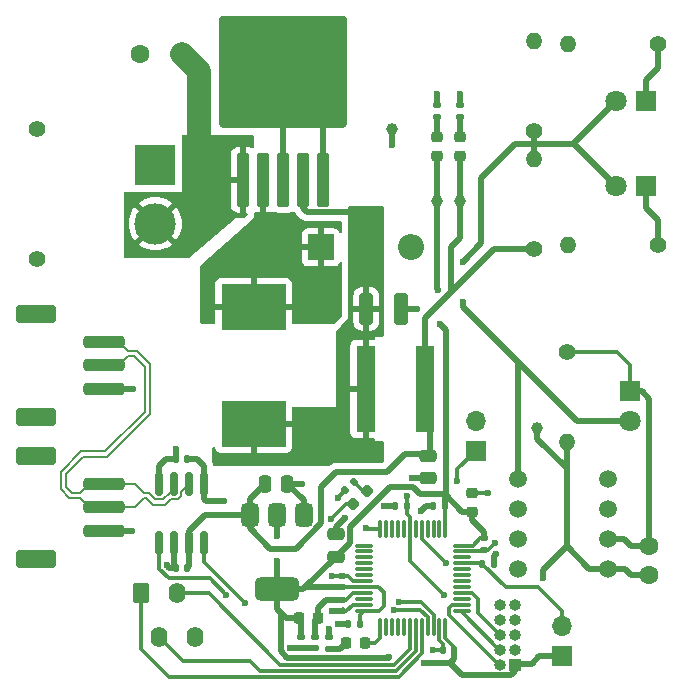
<source format=gbr>
%TF.GenerationSoftware,KiCad,Pcbnew,8.0.8*%
%TF.CreationDate,2025-02-05T17:12:45-05:00*%
%TF.ProjectId,Spectrometer V1.0,53706563-7472-46f6-9d65-746572205631,rev?*%
%TF.SameCoordinates,Original*%
%TF.FileFunction,Copper,L1,Top*%
%TF.FilePolarity,Positive*%
%FSLAX46Y46*%
G04 Gerber Fmt 4.6, Leading zero omitted, Abs format (unit mm)*
G04 Created by KiCad (PCBNEW 8.0.8) date 2025-02-05 17:12:45*
%MOMM*%
%LPD*%
G01*
G04 APERTURE LIST*
G04 Aperture macros list*
%AMRoundRect*
0 Rectangle with rounded corners*
0 $1 Rounding radius*
0 $2 $3 $4 $5 $6 $7 $8 $9 X,Y pos of 4 corners*
0 Add a 4 corners polygon primitive as box body*
4,1,4,$2,$3,$4,$5,$6,$7,$8,$9,$2,$3,0*
0 Add four circle primitives for the rounded corners*
1,1,$1+$1,$2,$3*
1,1,$1+$1,$4,$5*
1,1,$1+$1,$6,$7*
1,1,$1+$1,$8,$9*
0 Add four rect primitives between the rounded corners*
20,1,$1+$1,$2,$3,$4,$5,0*
20,1,$1+$1,$4,$5,$6,$7,0*
20,1,$1+$1,$6,$7,$8,$9,0*
20,1,$1+$1,$8,$9,$2,$3,0*%
G04 Aperture macros list end*
%TA.AperFunction,SMDPad,CuDef*%
%ADD10RoundRect,0.250000X-0.325000X-1.100000X0.325000X-1.100000X0.325000X1.100000X-0.325000X1.100000X0*%
%TD*%
%TA.AperFunction,ComponentPad*%
%ADD11C,1.600000*%
%TD*%
%TA.AperFunction,SMDPad,CuDef*%
%ADD12RoundRect,0.250000X-0.475000X0.250000X-0.475000X-0.250000X0.475000X-0.250000X0.475000X0.250000X0*%
%TD*%
%TA.AperFunction,SMDPad,CuDef*%
%ADD13RoundRect,0.135000X-0.185000X0.135000X-0.185000X-0.135000X0.185000X-0.135000X0.185000X0.135000X0*%
%TD*%
%TA.AperFunction,SMDPad,CuDef*%
%ADD14RoundRect,0.218750X-0.218750X-0.256250X0.218750X-0.256250X0.218750X0.256250X-0.218750X0.256250X0*%
%TD*%
%TA.AperFunction,SMDPad,CuDef*%
%ADD15C,1.000000*%
%TD*%
%TA.AperFunction,SMDPad,CuDef*%
%ADD16RoundRect,0.135000X-0.035355X0.226274X-0.226274X0.035355X0.035355X-0.226274X0.226274X-0.035355X0*%
%TD*%
%TA.AperFunction,SMDPad,CuDef*%
%ADD17RoundRect,0.218750X-0.026517X0.335876X-0.335876X0.026517X0.026517X-0.335876X0.335876X-0.026517X0*%
%TD*%
%TA.AperFunction,SMDPad,CuDef*%
%ADD18RoundRect,0.140000X0.140000X0.170000X-0.140000X0.170000X-0.140000X-0.170000X0.140000X-0.170000X0*%
%TD*%
%TA.AperFunction,SMDPad,CuDef*%
%ADD19RoundRect,0.075000X-0.075000X0.662500X-0.075000X-0.662500X0.075000X-0.662500X0.075000X0.662500X0*%
%TD*%
%TA.AperFunction,SMDPad,CuDef*%
%ADD20RoundRect,0.075000X-0.662500X0.075000X-0.662500X-0.075000X0.662500X-0.075000X0.662500X0.075000X0*%
%TD*%
%TA.AperFunction,SMDPad,CuDef*%
%ADD21R,1.600000X7.350000*%
%TD*%
%TA.AperFunction,ComponentPad*%
%ADD22C,1.400000*%
%TD*%
%TA.AperFunction,ComponentPad*%
%ADD23R,3.500000X3.500000*%
%TD*%
%TA.AperFunction,ComponentPad*%
%ADD24C,3.500000*%
%TD*%
%TA.AperFunction,SMDPad,CuDef*%
%ADD25RoundRect,0.150000X0.150000X-0.825000X0.150000X0.825000X-0.150000X0.825000X-0.150000X-0.825000X0*%
%TD*%
%TA.AperFunction,SMDPad,CuDef*%
%ADD26RoundRect,0.250000X-1.500000X0.250000X-1.500000X-0.250000X1.500000X-0.250000X1.500000X0.250000X0*%
%TD*%
%TA.AperFunction,SMDPad,CuDef*%
%ADD27RoundRect,0.250001X-1.449999X0.499999X-1.449999X-0.499999X1.449999X-0.499999X1.449999X0.499999X0*%
%TD*%
%TA.AperFunction,ComponentPad*%
%ADD28R,1.800000X1.800000*%
%TD*%
%TA.AperFunction,ComponentPad*%
%ADD29C,1.800000*%
%TD*%
%TA.AperFunction,ComponentPad*%
%ADD30O,1.400000X1.400000*%
%TD*%
%TA.AperFunction,SMDPad,CuDef*%
%ADD31RoundRect,0.135000X-0.135000X-0.185000X0.135000X-0.185000X0.135000X0.185000X-0.135000X0.185000X0*%
%TD*%
%TA.AperFunction,SMDPad,CuDef*%
%ADD32RoundRect,0.225000X0.250000X-0.225000X0.250000X0.225000X-0.250000X0.225000X-0.250000X-0.225000X0*%
%TD*%
%TA.AperFunction,SMDPad,CuDef*%
%ADD33RoundRect,0.250000X-0.250000X-0.475000X0.250000X-0.475000X0.250000X0.475000X-0.250000X0.475000X0*%
%TD*%
%TA.AperFunction,SMDPad,CuDef*%
%ADD34RoundRect,0.135000X0.185000X-0.135000X0.185000X0.135000X-0.185000X0.135000X-0.185000X-0.135000X0*%
%TD*%
%TA.AperFunction,SMDPad,CuDef*%
%ADD35RoundRect,0.140000X-0.170000X0.140000X-0.170000X-0.140000X0.170000X-0.140000X0.170000X0.140000X0*%
%TD*%
%TA.AperFunction,SMDPad,CuDef*%
%ADD36RoundRect,0.218750X0.218750X0.256250X-0.218750X0.256250X-0.218750X-0.256250X0.218750X-0.256250X0*%
%TD*%
%TA.AperFunction,SMDPad,CuDef*%
%ADD37R,5.511800X3.860800*%
%TD*%
%TA.AperFunction,ComponentPad*%
%ADD38R,1.000000X1.000000*%
%TD*%
%TA.AperFunction,ComponentPad*%
%ADD39O,1.000000X1.000000*%
%TD*%
%TA.AperFunction,SMDPad,CuDef*%
%ADD40RoundRect,0.250000X0.300000X-2.050000X0.300000X2.050000X-0.300000X2.050000X-0.300000X-2.050000X0*%
%TD*%
%TA.AperFunction,SMDPad,CuDef*%
%ADD41RoundRect,0.250000X2.375000X-2.025000X2.375000X2.025000X-2.375000X2.025000X-2.375000X-2.025000X0*%
%TD*%
%TA.AperFunction,SMDPad,CuDef*%
%ADD42RoundRect,0.250002X5.149998X-4.449998X5.149998X4.449998X-5.149998X4.449998X-5.149998X-4.449998X0*%
%TD*%
%TA.AperFunction,ComponentPad*%
%ADD43C,1.507998*%
%TD*%
%TA.AperFunction,ComponentPad*%
%ADD44RoundRect,0.249999X-0.450001X-0.625001X0.450001X-0.625001X0.450001X0.625001X-0.450001X0.625001X0*%
%TD*%
%TA.AperFunction,ComponentPad*%
%ADD45O,1.400000X1.750000*%
%TD*%
%TA.AperFunction,SMDPad,CuDef*%
%ADD46RoundRect,0.375000X-0.375000X0.625000X-0.375000X-0.625000X0.375000X-0.625000X0.375000X0.625000X0*%
%TD*%
%TA.AperFunction,SMDPad,CuDef*%
%ADD47RoundRect,0.500000X-1.400000X0.500000X-1.400000X-0.500000X1.400000X-0.500000X1.400000X0.500000X0*%
%TD*%
%TA.AperFunction,SMDPad,CuDef*%
%ADD48RoundRect,0.250000X0.475000X-0.250000X0.475000X0.250000X-0.475000X0.250000X-0.475000X-0.250000X0*%
%TD*%
%TA.AperFunction,ComponentPad*%
%ADD49R,2.200000X2.200000*%
%TD*%
%TA.AperFunction,ComponentPad*%
%ADD50O,2.200000X2.200000*%
%TD*%
%TA.AperFunction,ComponentPad*%
%ADD51R,1.700000X1.700000*%
%TD*%
%TA.AperFunction,ComponentPad*%
%ADD52O,1.700000X1.700000*%
%TD*%
%TA.AperFunction,SMDPad,CuDef*%
%ADD53RoundRect,0.218750X-0.256250X0.218750X-0.256250X-0.218750X0.256250X-0.218750X0.256250X0.218750X0*%
%TD*%
%TA.AperFunction,SMDPad,CuDef*%
%ADD54RoundRect,0.140000X0.170000X-0.140000X0.170000X0.140000X-0.170000X0.140000X-0.170000X-0.140000X0*%
%TD*%
%TA.AperFunction,ViaPad*%
%ADD55C,0.600000*%
%TD*%
%TA.AperFunction,Conductor*%
%ADD56C,0.500000*%
%TD*%
%TA.AperFunction,Conductor*%
%ADD57C,2.000000*%
%TD*%
%TA.AperFunction,Conductor*%
%ADD58C,0.300000*%
%TD*%
%TA.AperFunction,Conductor*%
%ADD59C,0.200000*%
%TD*%
G04 APERTURE END LIST*
D10*
%TO.P,C15,1*%
%TO.N,Net-(U4-FEEDBACK)*%
X126025000Y-102200000D03*
%TO.P,C15,2*%
%TO.N,GND*%
X128975000Y-102200000D03*
%TD*%
D11*
%TO.P,C14,1*%
%TO.N,+BATT*%
X110400000Y-80600000D03*
%TO.P,C14,2*%
%TO.N,GND*%
X106900000Y-80600000D03*
%TD*%
D12*
%TO.P,C16,1*%
%TO.N,+5V*%
X131300000Y-114650000D03*
%TO.P,C16,2*%
%TO.N,GND*%
X131300000Y-116550000D03*
%TD*%
D13*
%TO.P,R10,1*%
%TO.N,GND*%
X122900000Y-129990000D03*
%TO.P,R10,2*%
%TO.N,Net-(D8-K)*%
X122900000Y-131010000D03*
%TD*%
D14*
%TO.P,D8,1,K*%
%TO.N,Net-(D8-K)*%
X124312500Y-130500000D03*
%TO.P,D8,2,A*%
%TO.N,Net-(D8-A)*%
X125887500Y-130500000D03*
%TD*%
D15*
%TO.P,TP4,1,1*%
%TO.N,GND*%
X128200000Y-87000000D03*
%TD*%
%TO.P,TP3,1,1*%
%TO.N,Output*%
X140500000Y-112300000D03*
%TD*%
%TO.P,TP2,1,1*%
%TO.N,+5V*%
X134000000Y-93100000D03*
%TD*%
%TO.P,TP1,1,1*%
%TO.N,+3.3V*%
X132000000Y-93100000D03*
%TD*%
D16*
%TO.P,R9,1*%
%TO.N,Net-(D7-K)*%
X124960624Y-116839376D03*
%TO.P,R9,2*%
%TO.N,GND*%
X124239376Y-117560624D03*
%TD*%
D17*
%TO.P,D7,2,A*%
%TO.N,Net-(D7-A)*%
X124943153Y-118756847D03*
%TO.P,D7,1,K*%
%TO.N,Net-(D7-K)*%
X126056847Y-117643153D03*
%TD*%
D18*
%TO.P,C4,1*%
%TO.N,NRST*%
X129460000Y-118940000D03*
%TO.P,C4,2*%
%TO.N,GND*%
X128500000Y-118940000D03*
%TD*%
D19*
%TO.P,U2,1,VBAT*%
%TO.N,+3.3V*%
X132730000Y-120837500D03*
%TO.P,U2,2,PC13*%
%TO.N,unconnected-(U2-PC13-Pad2)*%
X132230000Y-120837500D03*
%TO.P,U2,3,PC14*%
%TO.N,unconnected-(U2-PC14-Pad3)*%
X131730000Y-120837500D03*
%TO.P,U2,4,PC15*%
%TO.N,unconnected-(U2-PC15-Pad4)*%
X131230000Y-120837500D03*
%TO.P,U2,5,PF0*%
%TO.N,Output*%
X130730000Y-120837500D03*
%TO.P,U2,6,PF1*%
%TO.N,unconnected-(U2-PF1-Pad6)*%
X130230000Y-120837500D03*
%TO.P,U2,7,PG10*%
%TO.N,NRST*%
X129730000Y-120837500D03*
%TO.P,U2,8,PA0*%
%TO.N,unconnected-(U2-PA0-Pad8)*%
X129230000Y-120837500D03*
%TO.P,U2,9,PA1*%
%TO.N,unconnected-(U2-PA1-Pad9)*%
X128730000Y-120837500D03*
%TO.P,U2,10,PA2*%
%TO.N,unconnected-(U2-PA2-Pad10)*%
X128230000Y-120837500D03*
%TO.P,U2,11,PA3*%
%TO.N,unconnected-(U2-PA3-Pad11)*%
X127730000Y-120837500D03*
%TO.P,U2,12,PA4*%
%TO.N,Net-(D7-A)*%
X127230000Y-120837500D03*
D20*
%TO.P,U2,13,PA5*%
%TO.N,unconnected-(U2-PA5-Pad13)*%
X125817500Y-122250000D03*
%TO.P,U2,14,PA6*%
%TO.N,unconnected-(U2-PA6-Pad14)*%
X125817500Y-122750000D03*
%TO.P,U2,15,PA7*%
%TO.N,unconnected-(U2-PA7-Pad15)*%
X125817500Y-123250000D03*
%TO.P,U2,16,PB0*%
%TO.N,unconnected-(U2-PB0-Pad16)*%
X125817500Y-123750000D03*
%TO.P,U2,17,PB1*%
%TO.N,unconnected-(U2-PB1-Pad17)*%
X125817500Y-124250000D03*
%TO.P,U2,18,PB2*%
%TO.N,unconnected-(U2-PB2-Pad18)*%
X125817500Y-124750000D03*
%TO.P,U2,19,VSSA*%
%TO.N,GND*%
X125817500Y-125250000D03*
%TO.P,U2,20,VREF+*%
%TO.N,+3.3V*%
X125817500Y-125750000D03*
%TO.P,U2,21,VDDA*%
%TO.N,+3.3VA*%
X125817500Y-126250000D03*
%TO.P,U2,22,PB10*%
%TO.N,unconnected-(U2-PB10-Pad22)*%
X125817500Y-126750000D03*
%TO.P,U2,23,VSS*%
%TO.N,GND*%
X125817500Y-127250000D03*
%TO.P,U2,24,VDD*%
%TO.N,+3.3V*%
X125817500Y-127750000D03*
D19*
%TO.P,U2,25,PB11*%
%TO.N,Net-(D8-A)*%
X127230000Y-129162500D03*
%TO.P,U2,26,PB12*%
%TO.N,unconnected-(U2-PB12-Pad26)*%
X127730000Y-129162500D03*
%TO.P,U2,27,PB13*%
%TO.N,unconnected-(U2-PB13-Pad27)*%
X128230000Y-129162500D03*
%TO.P,U2,28,PB14*%
%TO.N,unconnected-(U2-PB14-Pad28)*%
X128730000Y-129162500D03*
%TO.P,U2,29,PB15*%
%TO.N,unconnected-(U2-PB15-Pad29)*%
X129230000Y-129162500D03*
%TO.P,U2,30,PA8*%
%TO.N,UART_CL*%
X129730000Y-129162500D03*
%TO.P,U2,31,PA9*%
%TO.N,UART_TX*%
X130230000Y-129162500D03*
%TO.P,U2,32,PA10*%
%TO.N,UART_RX*%
X130730000Y-129162500D03*
%TO.P,U2,33,PA11*%
%TO.N,FDCAN_RX*%
X131230000Y-129162500D03*
%TO.P,U2,34,PA12*%
%TO.N,FDCAN_TX*%
X131730000Y-129162500D03*
%TO.P,U2,35,VSS*%
%TO.N,GND*%
X132230000Y-129162500D03*
%TO.P,U2,36,VDD*%
%TO.N,+3.3V*%
X132730000Y-129162500D03*
D20*
%TO.P,U2,37,PA13*%
%TO.N,/SWDIO*%
X134142500Y-127750000D03*
%TO.P,U2,38,PA14*%
%TO.N,/SWCLK*%
X134142500Y-127250000D03*
%TO.P,U2,39,PA15*%
%TO.N,unconnected-(U2-PA15-Pad39)*%
X134142500Y-126750000D03*
%TO.P,U2,40,PB3*%
%TO.N,SWO*%
X134142500Y-126250000D03*
%TO.P,U2,41,PB4*%
%TO.N,unconnected-(U2-PB4-Pad41)*%
X134142500Y-125750000D03*
%TO.P,U2,42,PB5*%
%TO.N,unconnected-(U2-PB5-Pad42)*%
X134142500Y-125250000D03*
%TO.P,U2,43,PB6*%
%TO.N,unconnected-(U2-PB6-Pad43)*%
X134142500Y-124750000D03*
%TO.P,U2,44,PB7*%
%TO.N,unconnected-(U2-PB7-Pad44)*%
X134142500Y-124250000D03*
%TO.P,U2,45,PB8*%
%TO.N,/BOOT0*%
X134142500Y-123750000D03*
%TO.P,U2,46,PB9*%
%TO.N,unconnected-(U2-PB9-Pad46)*%
X134142500Y-123250000D03*
%TO.P,U2,47,VSS*%
%TO.N,GND*%
X134142500Y-122750000D03*
%TO.P,U2,48,VDD*%
%TO.N,+3.3V*%
X134142500Y-122250000D03*
%TD*%
D21*
%TO.P,L2,1,1*%
%TO.N,Net-(U4-FEEDBACK)*%
X126000000Y-109000000D03*
%TO.P,L2,2,2*%
%TO.N,+5V*%
X131000000Y-109000000D03*
%TD*%
D22*
%TO.P,J7,*%
%TO.N,*%
X98175000Y-98000000D03*
X98175000Y-87000000D03*
D23*
%TO.P,J7,1,Pin_1*%
%TO.N,GND*%
X108175000Y-90000000D03*
D24*
%TO.P,J7,2,Pin_2*%
%TO.N,+BATT*%
X108175000Y-95000000D03*
%TD*%
D18*
%TO.P,C6,1*%
%TO.N,+3.3V*%
X133480000Y-131120000D03*
%TO.P,C6,2*%
%TO.N,GND*%
X132520000Y-131120000D03*
%TD*%
D25*
%TO.P,U3,1,TXD*%
%TO.N,FDCAN_TX*%
X108500000Y-122000000D03*
%TO.P,U3,2,GND*%
%TO.N,GND*%
X109770000Y-122000000D03*
%TO.P,U3,3,VCC*%
%TO.N,+5V*%
X111040000Y-122000000D03*
%TO.P,U3,4,RXD*%
%TO.N,FDCAN_RX*%
X112310000Y-122000000D03*
%TO.P,U3,5,VIO*%
%TO.N,+3.3V*%
X112310000Y-117050000D03*
%TO.P,U3,6,CANL*%
%TO.N,CAN-*%
X111040000Y-117050000D03*
%TO.P,U3,7,CANH*%
%TO.N,CAN+*%
X109770000Y-117050000D03*
%TO.P,U3,8,STB*%
%TO.N,GND*%
X108500000Y-117050000D03*
%TD*%
D26*
%TO.P,J4,1,Pin_1*%
%TO.N,CAN+*%
X103850000Y-105000000D03*
%TO.P,J4,2,Pin_2*%
%TO.N,CAN-*%
X103850000Y-107000000D03*
%TO.P,J4,3,Pin_3*%
%TO.N,GND*%
X103850000Y-109000000D03*
D27*
%TO.P,J4,MP*%
%TO.N,N/C*%
X98100000Y-102650000D03*
X98100000Y-111350000D03*
%TD*%
D28*
%TO.P,D6,1,K*%
%TO.N,Net-(D6-K)*%
X149700000Y-91810000D03*
D29*
%TO.P,D6,2,A*%
%TO.N,+4.5V*%
X147160000Y-91810000D03*
%TD*%
D28*
%TO.P,D1,1,K*%
%TO.N,Net-(D1-K)*%
X148400000Y-109150000D03*
D29*
%TO.P,D1,2,A*%
%TO.N,+4.5V*%
X148400000Y-111690000D03*
%TD*%
D22*
%TO.P,R7,1*%
%TO.N,+4.5V*%
X140200000Y-87120000D03*
D30*
%TO.P,R7,2*%
%TO.N,GND*%
X140200000Y-79500000D03*
%TD*%
D31*
%TO.P,R2,1*%
%TO.N,/BOOT0*%
X135870000Y-123800000D03*
%TO.P,R2,2*%
%TO.N,GND*%
X136890000Y-123800000D03*
%TD*%
D32*
%TO.P,C2,1*%
%TO.N,+3.3V*%
X135000000Y-119375000D03*
%TO.P,C2,2*%
%TO.N,GND*%
X135000000Y-117825000D03*
%TD*%
D33*
%TO.P,C17,1*%
%TO.N,+5V*%
X117450000Y-117000000D03*
%TO.P,C17,2*%
%TO.N,GND*%
X119350000Y-117000000D03*
%TD*%
D22*
%TO.P,R3,1*%
%TO.N,Net-(D2-K)*%
X150700000Y-79810000D03*
D30*
%TO.P,R3,2*%
%TO.N,GND*%
X143080000Y-79810000D03*
%TD*%
D34*
%TO.P,R4,1*%
%TO.N,Net-(D4-K)*%
X134000000Y-85972500D03*
%TO.P,R4,2*%
%TO.N,GND*%
X134000000Y-84952500D03*
%TD*%
D35*
%TO.P,C10,1*%
%TO.N,+3.3VA*%
X121733750Y-130000000D03*
%TO.P,C10,2*%
%TO.N,GND*%
X121733750Y-130960000D03*
%TD*%
D36*
%TO.P,FB1,1*%
%TO.N,+3.3VA*%
X121921250Y-128400000D03*
%TO.P,FB1,2*%
%TO.N,+3.3V*%
X120346250Y-128400000D03*
%TD*%
D37*
%TO.P,L1,1,1*%
%TO.N,Net-(D3-K)*%
X116500000Y-102021600D03*
%TO.P,L1,2,2*%
%TO.N,Net-(U4-FEEDBACK)*%
X116500000Y-111978400D03*
%TD*%
D38*
%TO.P,J3,1,VTref*%
%TO.N,+3.3V*%
X138600000Y-132350000D03*
D39*
%TO.P,J3,2,SWDIO/TMS*%
%TO.N,/SWCLK*%
X137330000Y-132350000D03*
%TO.P,J3,3,GND*%
%TO.N,GND*%
X138600000Y-131080000D03*
%TO.P,J3,4,SWCLK/TCK*%
%TO.N,/SWDIO*%
X137330000Y-131080000D03*
%TO.P,J3,5,GND*%
%TO.N,GND*%
X138600000Y-129810000D03*
%TO.P,J3,6,SWO/TDO*%
%TO.N,SWO*%
X137330000Y-129810000D03*
%TO.P,J3,7,KEY*%
%TO.N,unconnected-(J3-KEY-Pad7)*%
X138600000Y-128540000D03*
%TO.P,J3,8,NC/TDI*%
%TO.N,unconnected-(J3-NC{slash}TDI-Pad8)*%
X137330000Y-128540000D03*
%TO.P,J3,9,GNDDetect*%
%TO.N,GND*%
X138600000Y-127270000D03*
%TO.P,J3,10,~{RESET}*%
%TO.N,NRST*%
X137330000Y-127270000D03*
%TD*%
D40*
%TO.P,U4,1,VIN*%
%TO.N,+BATT*%
X115600000Y-91275000D03*
%TO.P,U4,2,OUTPUT*%
%TO.N,Net-(D3-K)*%
X117300000Y-91275000D03*
%TO.P,U4,3,GND*%
%TO.N,GND*%
X119000000Y-91275000D03*
%TO.P,U4,4,FEEDBACK*%
%TO.N,Net-(U4-FEEDBACK)*%
X120700000Y-91275000D03*
%TO.P,U4,5,~{ON}/OFF*%
%TO.N,GND*%
X122400000Y-91275000D03*
D41*
%TO.P,U4,6,GND__1*%
X116225000Y-84550000D03*
X121775000Y-84550000D03*
D42*
X119000000Y-82125000D03*
D41*
X116225000Y-79700000D03*
X121775000Y-79700000D03*
%TD*%
D43*
%TO.P,U1,1,OUT*%
%TO.N,Output*%
X146500100Y-124205100D03*
%TO.P,U1,2,IN-*%
%TO.N,Net-(D1-K)*%
X146500100Y-121665100D03*
%TO.P,U1,3,IN+*%
%TO.N,GND*%
X146500100Y-119125100D03*
%TO.P,U1,4,GND*%
X146500100Y-116585100D03*
%TO.P,U1,5*%
%TO.N,N/C*%
X138880100Y-124205100D03*
%TO.P,U1,6*%
X138880100Y-121665100D03*
%TO.P,U1,7*%
X138880100Y-119125100D03*
%TO.P,U1,8,V+*%
%TO.N,+4.5V*%
X138880100Y-116585100D03*
%TD*%
D44*
%TO.P,J6,1,Pin_1*%
%TO.N,UART_RX*%
X107000000Y-126300000D03*
D45*
%TO.P,J6,2,Pin_2*%
%TO.N,UART_TX*%
X108500000Y-130000000D03*
%TO.P,J6,3,Pin_3*%
%TO.N,UART_CL*%
X110000000Y-126300000D03*
%TO.P,J6,4,Pin_4*%
%TO.N,GND*%
X111500000Y-130000000D03*
%TD*%
D28*
%TO.P,D2,1,K*%
%TO.N,Net-(D2-K)*%
X149700000Y-84610000D03*
D29*
%TO.P,D2,2,A*%
%TO.N,+4.5V*%
X147160000Y-84610000D03*
%TD*%
D46*
%TO.P,U5,1,GND*%
%TO.N,GND*%
X120750000Y-119650000D03*
%TO.P,U5,2,VO*%
%TO.N,+3.3V*%
X118450000Y-119650000D03*
D47*
X118450000Y-125950000D03*
D46*
%TO.P,U5,3,VI*%
%TO.N,+5V*%
X116150000Y-119650000D03*
%TD*%
D18*
%TO.P,C5,1*%
%TO.N,+3.3V*%
X132680000Y-118920000D03*
%TO.P,C5,2*%
%TO.N,GND*%
X131720000Y-118920000D03*
%TD*%
D35*
%TO.P,C11,1*%
%TO.N,+3.3V*%
X120533750Y-130000000D03*
%TO.P,C11,2*%
%TO.N,GND*%
X120533750Y-130960000D03*
%TD*%
D22*
%TO.P,R8,1*%
%TO.N,Net-(D6-K)*%
X150700000Y-96810000D03*
D30*
%TO.P,R8,2*%
%TO.N,GND*%
X143080000Y-96810000D03*
%TD*%
D35*
%TO.P,C9,1*%
%TO.N,+3.3VA*%
X124000000Y-126840000D03*
%TO.P,C9,2*%
%TO.N,GND*%
X124000000Y-127800000D03*
%TD*%
D48*
%TO.P,C18,1*%
%TO.N,+3.3V*%
X123450000Y-123200000D03*
%TO.P,C18,2*%
%TO.N,GND*%
X123450000Y-121300000D03*
%TD*%
D11*
%TO.P,C1,1*%
%TO.N,Net-(D1-K)*%
X150000000Y-122250000D03*
%TO.P,C1,2*%
%TO.N,Output*%
X150000000Y-124750000D03*
%TD*%
D49*
%TO.P,D3,1,K*%
%TO.N,Net-(D3-K)*%
X122190000Y-97000000D03*
D50*
%TO.P,D3,2,A*%
%TO.N,GND*%
X129810000Y-97000000D03*
%TD*%
D51*
%TO.P,J1,1,Pin_1*%
%TO.N,NRST*%
X135300000Y-114240000D03*
D52*
%TO.P,J1,2,Pin_2*%
%TO.N,GND*%
X135300000Y-111700000D03*
%TD*%
D18*
%TO.P,C8,1*%
%TO.N,+3.3V*%
X125480000Y-128920000D03*
%TO.P,C8,2*%
%TO.N,GND*%
X124520000Y-128920000D03*
%TD*%
D53*
%TO.P,D4,1,K*%
%TO.N,Net-(D4-K)*%
X134000000Y-87675000D03*
%TO.P,D4,2,A*%
%TO.N,+5V*%
X134000000Y-89250000D03*
%TD*%
D34*
%TO.P,R5,1*%
%TO.N,Net-(D5-K)*%
X132000000Y-85982500D03*
%TO.P,R5,2*%
%TO.N,GND*%
X132000000Y-84962500D03*
%TD*%
D18*
%TO.P,C12,1*%
%TO.N,+5V*%
X110885000Y-124125000D03*
%TO.P,C12,2*%
%TO.N,GND*%
X109925000Y-124125000D03*
%TD*%
D22*
%TO.P,R6,1*%
%TO.N,+5V*%
X140200000Y-97120000D03*
D30*
%TO.P,R6,2*%
%TO.N,+4.5V*%
X140200000Y-89500000D03*
%TD*%
D51*
%TO.P,J2,1,Pin_1*%
%TO.N,+3.3V*%
X142600000Y-131575000D03*
D52*
%TO.P,J2,2,Pin_2*%
%TO.N,/BOOT0*%
X142600000Y-129035000D03*
%TD*%
D22*
%TO.P,R1,1*%
%TO.N,Net-(D1-K)*%
X143000000Y-105880000D03*
D30*
%TO.P,R1,2*%
%TO.N,Output*%
X143000000Y-113500000D03*
%TD*%
D35*
%TO.P,C3,1*%
%TO.N,+3.3V*%
X135980000Y-121640000D03*
%TO.P,C3,2*%
%TO.N,GND*%
X135980000Y-122600000D03*
%TD*%
D53*
%TO.P,D5,1,K*%
%TO.N,Net-(D5-K)*%
X132000000Y-87695000D03*
%TO.P,D5,2,A*%
%TO.N,+3.3V*%
X132000000Y-89270000D03*
%TD*%
D54*
%TO.P,C7,1*%
%TO.N,+3.3V*%
X124000000Y-125800000D03*
%TO.P,C7,2*%
%TO.N,GND*%
X124000000Y-124840000D03*
%TD*%
D18*
%TO.P,C13,1*%
%TO.N,+3.3V*%
X110885000Y-114925000D03*
%TO.P,C13,2*%
%TO.N,GND*%
X109925000Y-114925000D03*
%TD*%
D26*
%TO.P,J5,1,Pin_1*%
%TO.N,CAN+*%
X103850000Y-117000000D03*
%TO.P,J5,2,Pin_2*%
%TO.N,CAN-*%
X103850000Y-119000000D03*
%TO.P,J5,3,Pin_3*%
%TO.N,GND*%
X103850000Y-121000000D03*
D27*
%TO.P,J5,MP*%
%TO.N,N/C*%
X98100000Y-114650000D03*
X98100000Y-123350000D03*
%TD*%
D55*
%TO.N,GND*%
X130300000Y-102200000D03*
X129900000Y-116500000D03*
X128200000Y-88300000D03*
X122900000Y-129300000D03*
X119600000Y-130900000D03*
X123600000Y-118200000D03*
%TO.N,Net-(D7-A)*%
X126000000Y-120800000D03*
X123072059Y-119967280D03*
%TO.N,GND*%
X131700000Y-131100000D03*
%TO.N,Output*%
X141000000Y-125000000D03*
X132750000Y-123750000D03*
%TO.N,+3.3V*%
X127990380Y-131700000D03*
X132125000Y-100625000D03*
X118450000Y-121450000D03*
X118450000Y-123550000D03*
X130900000Y-132200000D03*
X114000000Y-118500000D03*
X132250000Y-103500000D03*
%TO.N,GND*%
X119000000Y-82125000D03*
X120600000Y-117000000D03*
X123100000Y-127800000D03*
X136300000Y-117800000D03*
X121775000Y-79700000D03*
X124200000Y-119900000D03*
X132000000Y-84000000D03*
X134000000Y-84000000D03*
X123100000Y-124800000D03*
X109900000Y-114100000D03*
X121775000Y-84550000D03*
X137000000Y-123000000D03*
X136900000Y-122000000D03*
X127500000Y-118900000D03*
X116225000Y-84550000D03*
X106200000Y-121000000D03*
X123600000Y-128900000D03*
X116225000Y-79700000D03*
X106300000Y-109000000D03*
X130700000Y-119300000D03*
X109150000Y-123900000D03*
%TO.N,NRST*%
X129500000Y-118050000D03*
X133750000Y-116800000D03*
X132600000Y-126400000D03*
%TO.N,+4.5V*%
X134200000Y-101600000D03*
X134200000Y-98200000D03*
%TO.N,FDCAN_TX*%
X128846553Y-127036228D03*
X114190380Y-126409620D03*
%TO.N,FDCAN_RX*%
X128400000Y-127700000D03*
X115800000Y-127100000D03*
%TD*%
D56*
%TO.N,GND*%
X128975000Y-102200000D02*
X130300000Y-102200000D01*
%TO.N,+5V*%
X116150000Y-120750000D02*
X116150000Y-119650000D01*
X120066726Y-122500000D02*
X117900000Y-122500000D01*
X117900000Y-122500000D02*
X116150000Y-120750000D01*
X122200000Y-120366726D02*
X120066726Y-122500000D01*
X127800000Y-116000000D02*
X123500000Y-116000000D01*
X123500000Y-116000000D02*
X122200000Y-117300000D01*
X129280000Y-114520000D02*
X127800000Y-116000000D01*
X131400000Y-114520000D02*
X129280000Y-114520000D01*
X131400000Y-109400000D02*
X131400000Y-114520000D01*
X131000000Y-109000000D02*
X131400000Y-109400000D01*
X122200000Y-117300000D02*
X122200000Y-120366726D01*
D57*
%TO.N,+BATT*%
X111900000Y-82100000D02*
X111900000Y-88900000D01*
X110400000Y-80600000D02*
X111900000Y-82100000D01*
D56*
%TO.N,GND*%
X129950000Y-116550000D02*
X129900000Y-116500000D01*
X131300000Y-116550000D02*
X129950000Y-116550000D01*
%TO.N,+3.3V*%
X130580000Y-117880000D02*
X130000000Y-117300000D01*
X132680000Y-117880000D02*
X130580000Y-117880000D01*
X132750000Y-104000000D02*
X132750000Y-117810000D01*
X132250000Y-103500000D02*
X132750000Y-104000000D01*
X132750000Y-117810000D02*
X132680000Y-117880000D01*
X128039339Y-117300000D02*
X130000000Y-117300000D01*
X124630000Y-120709339D02*
X128039339Y-117300000D01*
X124630000Y-122020000D02*
X124630000Y-120709339D01*
X123450000Y-123200000D02*
X124630000Y-122020000D01*
D58*
%TO.N,/BOOT0*%
X140600000Y-125800000D02*
X142600000Y-127800000D01*
X137870000Y-125800000D02*
X140600000Y-125800000D01*
X142600000Y-127800000D02*
X142600000Y-129035000D01*
X135870000Y-123800000D02*
X137870000Y-125800000D01*
D56*
%TO.N,GND*%
X128200000Y-87000000D02*
X128200000Y-88300000D01*
%TO.N,Output*%
X140500000Y-112300000D02*
X140500000Y-113200000D01*
X143000000Y-122300000D02*
X143000000Y-115700000D01*
X143000000Y-115700000D02*
X143000000Y-113500000D01*
X140500000Y-113200000D02*
X143000000Y-115700000D01*
D58*
%TO.N,Net-(D8-A)*%
X127230000Y-130070000D02*
X126800000Y-130500000D01*
X127230000Y-129162500D02*
X127230000Y-130070000D01*
X126800000Y-130500000D02*
X125887500Y-130500000D01*
D56*
%TO.N,GND*%
X122900000Y-129990000D02*
X122900000Y-129300000D01*
%TO.N,Net-(D8-K)*%
X123802500Y-131010000D02*
X124312500Y-130500000D01*
X122900000Y-131010000D02*
X123802500Y-131010000D01*
%TO.N,GND*%
X119660000Y-130960000D02*
X119600000Y-130900000D01*
X120533750Y-130960000D02*
X119660000Y-130960000D01*
X121733750Y-130960000D02*
X120533750Y-130960000D01*
D58*
X124239376Y-117560624D02*
X123600000Y-118200000D01*
%TO.N,Net-(D7-K)*%
X125764401Y-117643153D02*
X124960624Y-116839376D01*
X126056847Y-117643153D02*
X125764401Y-117643153D01*
%TO.N,Net-(D7-A)*%
X124282492Y-118756847D02*
X124943153Y-118756847D01*
X123072059Y-119967280D02*
X124282492Y-118756847D01*
X126037500Y-120837500D02*
X126000000Y-120800000D01*
X127230000Y-120837500D02*
X126037500Y-120837500D01*
D56*
%TO.N,Net-(D3-K)*%
X117300000Y-91275000D02*
X117300000Y-94800000D01*
D58*
%TO.N,/SWCLK*%
X137330000Y-132350000D02*
X137330000Y-132270000D01*
X133055000Y-128095000D02*
X137310000Y-132350000D01*
X137310000Y-132350000D02*
X137330000Y-132350000D01*
X133301880Y-127250000D02*
X133055000Y-127496880D01*
X133055000Y-127496880D02*
X133055000Y-128095000D01*
X134142500Y-127250000D02*
X133301880Y-127250000D01*
%TO.N,/SWDIO*%
X137330000Y-131080000D02*
X137330000Y-131000000D01*
X137310000Y-131080000D02*
X137330000Y-131080000D01*
X134142500Y-127912500D02*
X137310000Y-131080000D01*
X134142500Y-127750000D02*
X134142500Y-127912500D01*
%TO.N,SWO*%
X134983120Y-126250000D02*
X134142500Y-126250000D01*
X135500000Y-126766880D02*
X134983120Y-126250000D01*
X135500000Y-127980000D02*
X135500000Y-126766880D01*
X137330000Y-129810000D02*
X135500000Y-127980000D01*
%TO.N,GND*%
X131720000Y-131120000D02*
X132520000Y-131120000D01*
X131700000Y-131100000D02*
X131720000Y-131120000D01*
D56*
%TO.N,Net-(D1-K)*%
X147865100Y-121665100D02*
X148450000Y-122250000D01*
D58*
X148400000Y-107000000D02*
X147280000Y-105880000D01*
X147280000Y-105880000D02*
X143000000Y-105880000D01*
D56*
X150000000Y-122250000D02*
X150000000Y-109800000D01*
X149350000Y-109150000D02*
X148400000Y-109150000D01*
X148450000Y-122250000D02*
X150000000Y-122250000D01*
D58*
X148400000Y-109150000D02*
X148400000Y-107000000D01*
D56*
X146500100Y-121665100D02*
X147865100Y-121665100D01*
X150000000Y-109800000D02*
X149350000Y-109150000D01*
%TO.N,Output*%
X146500100Y-124205100D02*
X144905100Y-124205100D01*
X144905100Y-124205100D02*
X143000000Y-122300000D01*
D58*
X130730000Y-121730000D02*
X132750000Y-123750000D01*
D56*
X148450000Y-124750000D02*
X150000000Y-124750000D01*
X147905100Y-124205100D02*
X148450000Y-124750000D01*
X146500100Y-124205100D02*
X147905100Y-124205100D01*
D58*
X130730000Y-120837500D02*
X130730000Y-121730000D01*
D56*
X141000000Y-124300000D02*
X141000000Y-125000000D01*
X143000000Y-122300000D02*
X141000000Y-124300000D01*
D58*
%TO.N,+3.3V*%
X135680000Y-121640000D02*
X135980000Y-121640000D01*
D56*
X135000000Y-120080000D02*
X135980000Y-121060000D01*
X132000000Y-100500000D02*
X132000000Y-89270000D01*
D58*
X125817500Y-127750000D02*
X127150000Y-127750000D01*
D56*
X112310000Y-118310000D02*
X112500000Y-118500000D01*
X130900000Y-132200000D02*
X133100000Y-132200000D01*
X120533750Y-128587500D02*
X120346250Y-128400000D01*
D58*
X133480000Y-130800000D02*
X133480000Y-131120000D01*
D56*
X138600000Y-132900000D02*
X138600000Y-132270000D01*
X112310000Y-115510000D02*
X111725000Y-114925000D01*
X118450000Y-125950000D02*
X120700000Y-125950000D01*
X120533750Y-130000000D02*
X120533750Y-128587500D01*
D58*
X127500000Y-127400000D02*
X127500000Y-126200000D01*
D56*
X118450000Y-127596250D02*
X118876875Y-128023125D01*
X135980000Y-121060000D02*
X135980000Y-121640000D01*
D58*
X134142500Y-122250000D02*
X135070000Y-122250000D01*
D56*
X112310000Y-117050000D02*
X112310000Y-115510000D01*
X118800000Y-131200000D02*
X119350000Y-131750000D01*
D58*
X125817500Y-125750000D02*
X124050000Y-125750000D01*
D56*
X118876875Y-128023125D02*
X119253750Y-128400000D01*
X112310000Y-117050000D02*
X112310000Y-118310000D01*
X119350000Y-131750000D02*
X127940380Y-131750000D01*
D58*
X125480000Y-128920000D02*
X125480000Y-128087500D01*
D56*
X133480000Y-131820000D02*
X133480000Y-131120000D01*
D58*
X127150000Y-127750000D02*
X127500000Y-127400000D01*
X135070000Y-122250000D02*
X135680000Y-121640000D01*
X132730000Y-120837500D02*
X132730000Y-118970000D01*
X132730000Y-118970000D02*
X132680000Y-118920000D01*
X127050000Y-125750000D02*
X125817500Y-125750000D01*
D56*
X119253750Y-128400000D02*
X120346250Y-128400000D01*
X112500000Y-118500000D02*
X114000000Y-118500000D01*
X134175000Y-119375000D02*
X132680000Y-117880000D01*
X132125000Y-100625000D02*
X132000000Y-100500000D01*
X124000000Y-125800000D02*
X120850000Y-125800000D01*
X135000000Y-119375000D02*
X134175000Y-119375000D01*
X133100000Y-132200000D02*
X134120000Y-133220000D01*
D58*
X132730000Y-129162500D02*
X132730000Y-130050000D01*
D56*
X140700000Y-131600000D02*
X142400000Y-131600000D01*
X120850000Y-125800000D02*
X120700000Y-125950000D01*
X135000000Y-119375000D02*
X135000000Y-120080000D01*
X134120000Y-133220000D02*
X138280000Y-133220000D01*
X132680000Y-117880000D02*
X132680000Y-118920000D01*
X133100000Y-132200000D02*
X133480000Y-131820000D01*
X140030000Y-132270000D02*
X140700000Y-131600000D01*
X118800000Y-128100000D02*
X118800000Y-131200000D01*
X118450000Y-121450000D02*
X118450000Y-119650000D01*
X118450000Y-125950000D02*
X118450000Y-127596250D01*
X127940380Y-131750000D02*
X127990380Y-131700000D01*
X138600000Y-132270000D02*
X140030000Y-132270000D01*
D58*
X125480000Y-128087500D02*
X125817500Y-127750000D01*
D56*
X118876875Y-128023125D02*
X118800000Y-128100000D01*
X111725000Y-114925000D02*
X110885000Y-114925000D01*
X138280000Y-133220000D02*
X138600000Y-132900000D01*
D58*
X127500000Y-126200000D02*
X127050000Y-125750000D01*
D56*
X120700000Y-125950000D02*
X123450000Y-123200000D01*
X118450000Y-123550000D02*
X118450000Y-125950000D01*
D58*
X132730000Y-130050000D02*
X133480000Y-130800000D01*
%TO.N,GND*%
X124050000Y-127630000D02*
X124000000Y-127680000D01*
D56*
X109925000Y-124125000D02*
X109375000Y-124125000D01*
D58*
X124930000Y-125250000D02*
X124520000Y-124840000D01*
X124870000Y-127250000D02*
X124320000Y-127800000D01*
D56*
X123450000Y-121300000D02*
X123450000Y-120650000D01*
X127540000Y-118940000D02*
X127500000Y-118900000D01*
X130700000Y-119300000D02*
X131080000Y-118920000D01*
X109925000Y-114925000D02*
X109925000Y-114125000D01*
D58*
X124000000Y-127680000D02*
X124180000Y-127680000D01*
X132230000Y-130257106D02*
X132520000Y-130547106D01*
X132230000Y-129162500D02*
X132230000Y-130257106D01*
D56*
X103850000Y-109000000D02*
X106300000Y-109000000D01*
X122400000Y-85175000D02*
X121775000Y-84550000D01*
D58*
X135980000Y-122600000D02*
X136300000Y-122600000D01*
D56*
X108500000Y-115500000D02*
X109075000Y-114925000D01*
D58*
X135830000Y-122750000D02*
X135980000Y-122600000D01*
X123140000Y-124840000D02*
X123100000Y-124800000D01*
D56*
X103850000Y-121000000D02*
X106200000Y-121000000D01*
X108500000Y-117050000D02*
X108500000Y-115500000D01*
X122400000Y-91275000D02*
X122400000Y-85175000D01*
X120750000Y-119650000D02*
X120750000Y-118400000D01*
X136890000Y-123110000D02*
X136890000Y-123800000D01*
X109925000Y-114125000D02*
X109900000Y-114100000D01*
X109770000Y-122000000D02*
X109770000Y-123970000D01*
D58*
X134142500Y-122750000D02*
X135830000Y-122750000D01*
D56*
X120750000Y-118400000D02*
X119350000Y-117000000D01*
X132000000Y-84962500D02*
X132000000Y-84000000D01*
X109075000Y-114925000D02*
X109925000Y-114925000D01*
D58*
X125817500Y-127250000D02*
X124870000Y-127250000D01*
D56*
X109770000Y-123970000D02*
X109925000Y-124125000D01*
X137000000Y-123000000D02*
X136890000Y-123110000D01*
D58*
X135000000Y-117825000D02*
X136275000Y-117825000D01*
X124520000Y-124840000D02*
X124000000Y-124840000D01*
D56*
X124000000Y-127800000D02*
X123100000Y-127800000D01*
D58*
X125817500Y-125250000D02*
X124930000Y-125250000D01*
D56*
X123620000Y-128920000D02*
X123600000Y-128900000D01*
X119350000Y-117000000D02*
X120600000Y-117000000D01*
D58*
X124000000Y-124840000D02*
X123140000Y-124840000D01*
D56*
X134000000Y-84952500D02*
X134000000Y-84000000D01*
X124520000Y-128920000D02*
X123620000Y-128920000D01*
X128500000Y-118940000D02*
X127540000Y-118940000D01*
X109375000Y-124125000D02*
X109150000Y-123900000D01*
X131080000Y-118920000D02*
X131720000Y-118920000D01*
X123450000Y-120650000D02*
X124200000Y-119900000D01*
D58*
X136300000Y-122600000D02*
X136900000Y-122000000D01*
X136275000Y-117825000D02*
X136300000Y-117800000D01*
D56*
X119000000Y-91275000D02*
X119000000Y-82125000D01*
D58*
X132520000Y-130547106D02*
X132520000Y-131120000D01*
%TO.N,NRST*%
X133750000Y-115790000D02*
X135300000Y-114240000D01*
X133750000Y-116800000D02*
X133750000Y-115790000D01*
X129730000Y-123530000D02*
X132600000Y-126400000D01*
X129730000Y-119850000D02*
X129460000Y-119580000D01*
X129460000Y-118090000D02*
X129500000Y-118050000D01*
X129460000Y-119580000D02*
X129460000Y-118940000D01*
X129730000Y-120837500D02*
X129730000Y-123530000D01*
X129460000Y-118940000D02*
X129460000Y-118090000D01*
X129730000Y-120837500D02*
X129730000Y-119850000D01*
D56*
%TO.N,+3.3VA*%
X121733750Y-130000000D02*
X121733750Y-128587500D01*
X121733750Y-128587500D02*
X121921250Y-128400000D01*
X122660000Y-126840000D02*
X124000000Y-126840000D01*
X121921250Y-128400000D02*
X121921250Y-127578750D01*
X121921250Y-127578750D02*
X122660000Y-126840000D01*
D58*
X125817500Y-126250000D02*
X124870000Y-126250000D01*
X124870000Y-126250000D02*
X124280000Y-126840000D01*
D56*
%TO.N,+5V*%
X111040000Y-123970000D02*
X110885000Y-124125000D01*
X131000000Y-109000000D02*
X131000000Y-103000000D01*
X112415001Y-119650000D02*
X116150000Y-119650000D01*
X134000000Y-96250000D02*
X134000000Y-89250000D01*
X111040000Y-122000000D02*
X111040000Y-121025001D01*
X111040000Y-121025001D02*
X112415001Y-119650000D01*
X133250000Y-97000000D02*
X134000000Y-96250000D01*
X136880000Y-97120000D02*
X140200000Y-97120000D01*
X131000000Y-103000000D02*
X133250000Y-100750000D01*
X111040000Y-122000000D02*
X111040000Y-123970000D01*
X116150000Y-118300000D02*
X117450000Y-117000000D01*
X133250000Y-100750000D02*
X133250000Y-97000000D01*
X133250000Y-100750000D02*
X136880000Y-97120000D01*
X116150000Y-119650000D02*
X116150000Y-118300000D01*
%TO.N,Net-(U4-FEEDBACK)*%
X120700000Y-93700000D02*
X121025000Y-94025000D01*
X125000000Y-94000000D02*
X125500000Y-94500000D01*
X122996878Y-94025000D02*
X123021878Y-94000000D01*
X120700000Y-91275000D02*
X120700000Y-93700000D01*
X121025000Y-94025000D02*
X122996878Y-94025000D01*
X123021878Y-94000000D02*
X125000000Y-94000000D01*
%TO.N,+4.5V*%
X140200000Y-88250000D02*
X140200000Y-87120000D01*
X140200000Y-89500000D02*
X140200000Y-88250000D01*
X143876473Y-111690000D02*
X148400000Y-111690000D01*
X143600000Y-88250000D02*
X143600000Y-88150000D01*
X134200000Y-102013527D02*
X138893237Y-106706763D01*
X134200000Y-101600000D02*
X134200000Y-102013527D01*
X147140000Y-84610000D02*
X147160000Y-84610000D01*
X135750000Y-96650000D02*
X134200000Y-98200000D01*
X138650000Y-88250000D02*
X135750000Y-91150000D01*
X135750000Y-91150000D02*
X135750000Y-96650000D01*
X138880100Y-106719900D02*
X138893237Y-106706763D01*
X138880100Y-116585100D02*
X138880100Y-106719900D01*
X143600000Y-88150000D02*
X147140000Y-84610000D01*
X140200000Y-88250000D02*
X138650000Y-88250000D01*
X138893237Y-106706763D02*
X143876473Y-111690000D01*
X143600000Y-88250000D02*
X140200000Y-88250000D01*
X147160000Y-91810000D02*
X143600000Y-88250000D01*
%TO.N,Net-(D2-K)*%
X150700000Y-81800000D02*
X150700000Y-79810000D01*
X149700000Y-84610000D02*
X149700000Y-82800000D01*
X149700000Y-82800000D02*
X150700000Y-81800000D01*
%TO.N,Net-(D4-K)*%
X134000000Y-87675000D02*
X134000000Y-85972500D01*
%TO.N,Net-(D5-K)*%
X132000000Y-87695000D02*
X132000000Y-85982500D01*
D58*
%TO.N,/BOOT0*%
X134142500Y-123750000D02*
X135820000Y-123750000D01*
X135820000Y-123750000D02*
X135870000Y-123800000D01*
D59*
%TO.N,CAN+*%
X108840552Y-118325000D02*
X108159448Y-118325000D01*
X107725000Y-111093200D02*
X107725000Y-106906800D01*
X107725000Y-106906800D02*
X106593200Y-105775000D01*
X105100000Y-105000000D02*
X103850000Y-105000000D01*
X104093200Y-114725000D02*
X107725000Y-111093200D01*
X105875000Y-105775000D02*
X105100000Y-105000000D01*
X109770000Y-117683603D02*
X109678603Y-117775000D01*
X106475001Y-117000000D02*
X103850000Y-117000000D01*
X108159448Y-118325000D02*
X107609448Y-117775000D01*
X101825000Y-117775000D02*
X101093200Y-117775000D01*
X109390552Y-117775000D02*
X108840552Y-118325000D01*
X109770000Y-117050000D02*
X109770000Y-117683603D01*
X109678603Y-117775000D02*
X109390552Y-117775000D01*
X103850000Y-117000000D02*
X102600000Y-117000000D01*
X106593200Y-105775000D02*
X105875000Y-105775000D01*
X101093200Y-117775000D02*
X100619778Y-117301578D01*
X100619778Y-116198422D02*
X102093200Y-114725000D01*
X107609448Y-117775000D02*
X107250001Y-117775000D01*
X100619778Y-117301578D02*
X100619778Y-116198422D01*
X107250001Y-117775000D02*
X106475001Y-117000000D01*
X102093200Y-114725000D02*
X104093200Y-114725000D01*
X102600000Y-117000000D02*
X101825000Y-117775000D01*
%TO.N,CAN-*%
X103906800Y-114275000D02*
X107275000Y-110906800D01*
X110110552Y-118325000D02*
X109476920Y-118325000D01*
X110370000Y-118065552D02*
X110110552Y-118325000D01*
X100169778Y-116012022D02*
X101906800Y-114275000D01*
X106406800Y-106225000D02*
X105875000Y-106225000D01*
X109476920Y-118325000D02*
X109026940Y-118774980D01*
X106475001Y-119000000D02*
X103850000Y-119000000D01*
X111040000Y-117050000D02*
X110370000Y-117720000D01*
X107423080Y-118225000D02*
X107250001Y-118225000D01*
X110370000Y-117720000D02*
X110370000Y-118065552D01*
X105100000Y-107000000D02*
X103850000Y-107000000D01*
X107275000Y-107093200D02*
X106406800Y-106225000D01*
X101906800Y-114275000D02*
X103906800Y-114275000D01*
X107275000Y-110906800D02*
X107275000Y-107093200D01*
X101825000Y-118225000D02*
X100906800Y-118225000D01*
X100906800Y-118225000D02*
X100169778Y-117487978D01*
X107973060Y-118774980D02*
X107423080Y-118225000D01*
X103850000Y-119000000D02*
X102600000Y-119000000D01*
X102600000Y-119000000D02*
X101825000Y-118225000D01*
X109026940Y-118774980D02*
X107973060Y-118774980D01*
X105875000Y-106225000D02*
X105100000Y-107000000D01*
X107250001Y-118225000D02*
X106475001Y-119000000D01*
X100169778Y-117487978D02*
X100169778Y-116012022D01*
D58*
%TO.N,UART_RX*%
X128764212Y-133350000D02*
X109350000Y-133350000D01*
X107000000Y-131000000D02*
X107000000Y-126300000D01*
X109350000Y-133350000D02*
X107000000Y-131000000D01*
X130730000Y-129162500D02*
X130730000Y-131384212D01*
X130730000Y-131384212D02*
X128764212Y-133350000D01*
%TO.N,UART_TX*%
X130230000Y-129162500D02*
X130230000Y-131177106D01*
X116200000Y-132000000D02*
X110500000Y-132000000D01*
X130230000Y-131177106D02*
X128557106Y-132850000D01*
X128557106Y-132850000D02*
X117050000Y-132850000D01*
X117050000Y-132850000D02*
X116200000Y-132000000D01*
X110500000Y-132000000D02*
X108500000Y-130000000D01*
%TO.N,UART_CL*%
X112700000Y-126300000D02*
X110000000Y-126300000D01*
X118750000Y-132350000D02*
X112700000Y-126300000D01*
X129730000Y-129162500D02*
X129730000Y-130970000D01*
X128350000Y-132350000D02*
X118750000Y-132350000D01*
X129730000Y-130970000D02*
X128350000Y-132350000D01*
%TO.N,FDCAN_TX*%
X108500000Y-124200000D02*
X108500000Y-122000000D01*
X109300000Y-125000000D02*
X108500000Y-124200000D01*
X112780760Y-125000000D02*
X109300000Y-125000000D01*
X131730000Y-129162500D02*
X131730000Y-128114773D01*
X114190380Y-126409620D02*
X112780760Y-125000000D01*
X131730000Y-128114773D02*
X130651455Y-127036228D01*
X130651455Y-127036228D02*
X128846553Y-127036228D01*
%TO.N,FDCAN_RX*%
X131230000Y-128321880D02*
X130608120Y-127700000D01*
X131230000Y-129162500D02*
X131230000Y-128321880D01*
X115800000Y-127100000D02*
X112310000Y-123610000D01*
X130608120Y-127700000D02*
X128400000Y-127700000D01*
X112310000Y-123610000D02*
X112310000Y-122000000D01*
D56*
%TO.N,Net-(D6-K)*%
X149700000Y-91810000D02*
X149700000Y-93700000D01*
X150700000Y-94700000D02*
X150700000Y-96810000D01*
X149700000Y-93700000D02*
X150700000Y-94700000D01*
%TD*%
%TA.AperFunction,Conductor*%
%TO.N,+BATT*%
G36*
X116443039Y-87519685D02*
G01*
X116488794Y-87572489D01*
X116500000Y-87624000D01*
X116500000Y-88491714D01*
X116480315Y-88558753D01*
X116427511Y-88604508D01*
X116358353Y-88614452D01*
X116310904Y-88597253D01*
X116219128Y-88540645D01*
X116219119Y-88540641D01*
X116052697Y-88485494D01*
X116052690Y-88485493D01*
X115949986Y-88475000D01*
X115850000Y-88475000D01*
X115850000Y-94074999D01*
X115870500Y-94074999D01*
X115937539Y-94094684D01*
X115983294Y-94147488D01*
X115994500Y-94198999D01*
X115994500Y-94217312D01*
X115974815Y-94284351D01*
X115952881Y-94309991D01*
X115774358Y-94468679D01*
X115711175Y-94498505D01*
X115691977Y-94500000D01*
X115000000Y-94500000D01*
X114999997Y-94500001D01*
X111034729Y-97870480D01*
X110970901Y-97898900D01*
X110954421Y-97900000D01*
X105624000Y-97900000D01*
X105556961Y-97880315D01*
X105511206Y-97827511D01*
X105500000Y-97776000D01*
X105500000Y-95000000D01*
X105920172Y-95000000D01*
X105939462Y-95294312D01*
X105939464Y-95294324D01*
X105997001Y-95583584D01*
X105997005Y-95583599D01*
X106091812Y-95862888D01*
X106222258Y-96127406D01*
X106222265Y-96127419D01*
X106386123Y-96372649D01*
X106415405Y-96406040D01*
X107348474Y-95472971D01*
X107437087Y-95605590D01*
X107569410Y-95737913D01*
X107702027Y-95826525D01*
X106768958Y-96759593D01*
X106802350Y-96788876D01*
X107047580Y-96952734D01*
X107047593Y-96952741D01*
X107312111Y-97083187D01*
X107591400Y-97177994D01*
X107591415Y-97177998D01*
X107880675Y-97235535D01*
X107880687Y-97235537D01*
X108175000Y-97254827D01*
X108469312Y-97235537D01*
X108469324Y-97235535D01*
X108758584Y-97177998D01*
X108758599Y-97177994D01*
X109037888Y-97083187D01*
X109302406Y-96952741D01*
X109302419Y-96952734D01*
X109547648Y-96788877D01*
X109581039Y-96759593D01*
X108647971Y-95826525D01*
X108780590Y-95737913D01*
X108912913Y-95605590D01*
X109001525Y-95472971D01*
X109934593Y-96406039D01*
X109963877Y-96372648D01*
X110127734Y-96127419D01*
X110127741Y-96127406D01*
X110258187Y-95862888D01*
X110352994Y-95583599D01*
X110352998Y-95583584D01*
X110410535Y-95294324D01*
X110410537Y-95294312D01*
X110429827Y-95000000D01*
X110410537Y-94705687D01*
X110410535Y-94705675D01*
X110352998Y-94416415D01*
X110352994Y-94416400D01*
X110258187Y-94137111D01*
X110127741Y-93872593D01*
X110127734Y-93872580D01*
X109963876Y-93627350D01*
X109934593Y-93593958D01*
X109001525Y-94527027D01*
X108912913Y-94394410D01*
X108780590Y-94262087D01*
X108647971Y-94173474D01*
X109446459Y-93374986D01*
X114550001Y-93374986D01*
X114560494Y-93477697D01*
X114615641Y-93644119D01*
X114615643Y-93644124D01*
X114707684Y-93793345D01*
X114831654Y-93917315D01*
X114980875Y-94009356D01*
X114980880Y-94009358D01*
X115147302Y-94064505D01*
X115147309Y-94064506D01*
X115250019Y-94074999D01*
X115350000Y-94074998D01*
X115350000Y-91525000D01*
X114550001Y-91525000D01*
X114550001Y-93374986D01*
X109446459Y-93374986D01*
X109581040Y-93240405D01*
X109547649Y-93211123D01*
X109302419Y-93047265D01*
X109302406Y-93047258D01*
X109037888Y-92916812D01*
X108758599Y-92822005D01*
X108758584Y-92822001D01*
X108469324Y-92764464D01*
X108469312Y-92764462D01*
X108175000Y-92745172D01*
X107880687Y-92764462D01*
X107880675Y-92764464D01*
X107591415Y-92822001D01*
X107591400Y-92822005D01*
X107312111Y-92916812D01*
X107047593Y-93047258D01*
X107047580Y-93047265D01*
X106802346Y-93211126D01*
X106802339Y-93211131D01*
X106768959Y-93240403D01*
X106768959Y-93240405D01*
X107702028Y-94173474D01*
X107569410Y-94262087D01*
X107437087Y-94394410D01*
X107348474Y-94527027D01*
X106415405Y-93593959D01*
X106415403Y-93593959D01*
X106386131Y-93627339D01*
X106386126Y-93627346D01*
X106222265Y-93872580D01*
X106222258Y-93872593D01*
X106091812Y-94137111D01*
X105997005Y-94416400D01*
X105997001Y-94416415D01*
X105939464Y-94705675D01*
X105939462Y-94705687D01*
X105920172Y-95000000D01*
X105500000Y-95000000D01*
X105500000Y-92424000D01*
X105519685Y-92356961D01*
X105572489Y-92311206D01*
X105624000Y-92300000D01*
X110400000Y-92300000D01*
X110400000Y-91931041D01*
X110407818Y-91887707D01*
X110419091Y-91857483D01*
X110425500Y-91797873D01*
X110425499Y-89175013D01*
X114550000Y-89175013D01*
X114550000Y-91025000D01*
X115350000Y-91025000D01*
X115350000Y-88474999D01*
X115250028Y-88475000D01*
X115250012Y-88475001D01*
X115147302Y-88485494D01*
X114980880Y-88540641D01*
X114980875Y-88540643D01*
X114831654Y-88632684D01*
X114707684Y-88756654D01*
X114615643Y-88905875D01*
X114615641Y-88905880D01*
X114560494Y-89072302D01*
X114560493Y-89072309D01*
X114550000Y-89175013D01*
X110425499Y-89175013D01*
X110425499Y-88202128D01*
X110419091Y-88142517D01*
X110407818Y-88112292D01*
X110400000Y-88068959D01*
X110400000Y-87624000D01*
X110419685Y-87556961D01*
X110472489Y-87511206D01*
X110524000Y-87500000D01*
X116376000Y-87500000D01*
X116443039Y-87519685D01*
G37*
%TD.AperFunction*%
%TD*%
%TA.AperFunction,Conductor*%
%TO.N,Net-(U4-FEEDBACK)*%
G36*
X127443039Y-93519685D02*
G01*
X127488794Y-93572489D01*
X127500000Y-93624000D01*
X127500000Y-104476000D01*
X127480315Y-104543039D01*
X127427511Y-104588794D01*
X127376000Y-104600000D01*
X126800000Y-104600000D01*
X126800000Y-104701000D01*
X126780315Y-104768039D01*
X126727511Y-104813794D01*
X126676000Y-104825000D01*
X126250000Y-104825000D01*
X126250000Y-113175000D01*
X126676000Y-113175000D01*
X126743039Y-113194685D01*
X126788794Y-113247489D01*
X126800000Y-113299000D01*
X126800000Y-113400000D01*
X127376000Y-113400000D01*
X127443039Y-113419685D01*
X127488794Y-113472489D01*
X127500000Y-113524000D01*
X127500000Y-115125500D01*
X127480315Y-115192539D01*
X127427511Y-115238294D01*
X127376000Y-115249500D01*
X123426076Y-115249500D01*
X123397242Y-115255234D01*
X123397243Y-115255235D01*
X123281092Y-115278339D01*
X123281086Y-115278341D01*
X123250314Y-115291088D01*
X123144506Y-115334915D01*
X123062372Y-115389795D01*
X123021585Y-115417047D01*
X123021581Y-115417050D01*
X122974953Y-115463680D01*
X122913630Y-115497166D01*
X122887271Y-115500000D01*
X113174978Y-115500000D01*
X113107939Y-115480315D01*
X113062184Y-115427511D01*
X113053361Y-115400192D01*
X113031659Y-115291092D01*
X113031658Y-115291088D01*
X113031658Y-115291087D01*
X113027270Y-115280494D01*
X113009439Y-115237444D01*
X113000000Y-115189992D01*
X113000000Y-113999550D01*
X113019685Y-113932511D01*
X113072489Y-113886756D01*
X113141647Y-113876812D01*
X113205203Y-113905837D01*
X113242977Y-113964615D01*
X113247289Y-113986294D01*
X113250501Y-114016172D01*
X113250503Y-114016179D01*
X113300745Y-114150886D01*
X113300749Y-114150893D01*
X113386909Y-114265987D01*
X113386912Y-114265990D01*
X113502006Y-114352150D01*
X113502013Y-114352154D01*
X113636720Y-114402396D01*
X113636727Y-114402398D01*
X113696255Y-114408799D01*
X113696272Y-114408800D01*
X116250000Y-114408800D01*
X116750000Y-114408800D01*
X119303728Y-114408800D01*
X119303744Y-114408799D01*
X119363272Y-114402398D01*
X119363279Y-114402396D01*
X119497986Y-114352154D01*
X119497993Y-114352150D01*
X119613087Y-114265990D01*
X119613090Y-114265987D01*
X119699250Y-114150893D01*
X119699254Y-114150886D01*
X119749496Y-114016179D01*
X119749498Y-114016172D01*
X119755899Y-113956644D01*
X119755900Y-113956627D01*
X119755900Y-112722844D01*
X124700000Y-112722844D01*
X124706401Y-112782372D01*
X124706403Y-112782379D01*
X124756645Y-112917086D01*
X124756649Y-112917093D01*
X124842809Y-113032187D01*
X124842812Y-113032190D01*
X124957906Y-113118350D01*
X124957913Y-113118354D01*
X125092620Y-113168596D01*
X125092627Y-113168598D01*
X125152155Y-113174999D01*
X125152172Y-113175000D01*
X125750000Y-113175000D01*
X125750000Y-109250000D01*
X124700000Y-109250000D01*
X124700000Y-112722844D01*
X119755900Y-112722844D01*
X119755900Y-112228400D01*
X116750000Y-112228400D01*
X116750000Y-114408800D01*
X116250000Y-114408800D01*
X116250000Y-112102400D01*
X116269685Y-112035361D01*
X116322489Y-111989606D01*
X116374000Y-111978400D01*
X116500000Y-111978400D01*
X116500000Y-111852400D01*
X116519685Y-111785361D01*
X116572489Y-111739606D01*
X116624000Y-111728400D01*
X119755900Y-111728400D01*
X119755900Y-110624000D01*
X119775585Y-110556961D01*
X119828389Y-110511206D01*
X119879900Y-110500000D01*
X123500000Y-110500000D01*
X123500000Y-105277155D01*
X124700000Y-105277155D01*
X124700000Y-108750000D01*
X125750000Y-108750000D01*
X125750000Y-104825000D01*
X125152155Y-104825000D01*
X125092627Y-104831401D01*
X125092620Y-104831403D01*
X124957913Y-104881645D01*
X124957906Y-104881649D01*
X124842812Y-104967809D01*
X124842809Y-104967812D01*
X124756649Y-105082906D01*
X124756645Y-105082913D01*
X124706403Y-105217620D01*
X124706401Y-105217627D01*
X124700000Y-105277155D01*
X123500000Y-105277155D01*
X123500000Y-104051362D01*
X123519685Y-103984323D01*
X123536319Y-103963681D01*
X123880881Y-103619119D01*
X124150014Y-103349986D01*
X124950001Y-103349986D01*
X124960494Y-103452697D01*
X125015641Y-103619119D01*
X125015643Y-103619124D01*
X125107684Y-103768345D01*
X125231654Y-103892315D01*
X125380875Y-103984356D01*
X125380880Y-103984358D01*
X125547302Y-104039505D01*
X125547309Y-104039506D01*
X125650019Y-104049999D01*
X125774999Y-104049999D01*
X126275000Y-104049999D01*
X126399972Y-104049999D01*
X126399986Y-104049998D01*
X126502697Y-104039505D01*
X126669119Y-103984358D01*
X126669124Y-103984356D01*
X126818345Y-103892315D01*
X126942315Y-103768345D01*
X127034356Y-103619124D01*
X127034358Y-103619119D01*
X127089505Y-103452697D01*
X127089506Y-103452690D01*
X127099999Y-103349986D01*
X127100000Y-103349973D01*
X127100000Y-102450000D01*
X126275000Y-102450000D01*
X126275000Y-104049999D01*
X125774999Y-104049999D01*
X125775000Y-104049998D01*
X125775000Y-102450000D01*
X124950001Y-102450000D01*
X124950001Y-103349986D01*
X124150014Y-103349986D01*
X124500000Y-103000000D01*
X124500000Y-101050013D01*
X124950000Y-101050013D01*
X124950000Y-101950000D01*
X125775000Y-101950000D01*
X126275000Y-101950000D01*
X127099999Y-101950000D01*
X127099999Y-101050028D01*
X127099998Y-101050013D01*
X127089505Y-100947302D01*
X127034358Y-100780880D01*
X127034356Y-100780875D01*
X126942315Y-100631654D01*
X126818345Y-100507684D01*
X126669124Y-100415643D01*
X126669119Y-100415641D01*
X126502697Y-100360494D01*
X126502690Y-100360493D01*
X126399986Y-100350000D01*
X126275000Y-100350000D01*
X126275000Y-101950000D01*
X125775000Y-101950000D01*
X125775000Y-100350000D01*
X125650027Y-100350000D01*
X125650012Y-100350001D01*
X125547302Y-100360494D01*
X125380880Y-100415641D01*
X125380875Y-100415643D01*
X125231654Y-100507684D01*
X125107684Y-100631654D01*
X125015643Y-100780875D01*
X125015641Y-100780880D01*
X124960494Y-100947302D01*
X124960493Y-100947309D01*
X124950000Y-101050013D01*
X124500000Y-101050013D01*
X124500000Y-93624000D01*
X124519685Y-93556961D01*
X124572489Y-93511206D01*
X124624000Y-93500000D01*
X127376000Y-93500000D01*
X127443039Y-93519685D01*
G37*
%TD.AperFunction*%
%TD*%
%TA.AperFunction,Conductor*%
%TO.N,Net-(D3-K)*%
G36*
X118373287Y-94009122D02*
G01*
X118373811Y-94007542D01*
X118380664Y-94009812D01*
X118380666Y-94009814D01*
X118547203Y-94064999D01*
X118649991Y-94075500D01*
X119350008Y-94075499D01*
X119350016Y-94075498D01*
X119350019Y-94075498D01*
X119406302Y-94069748D01*
X119452797Y-94064999D01*
X119619334Y-94009814D01*
X119619335Y-94009812D01*
X119626189Y-94007542D01*
X119626712Y-94009122D01*
X119667870Y-94000000D01*
X119931556Y-94000000D01*
X119998595Y-94019685D01*
X120034657Y-94055108D01*
X120048281Y-94075497D01*
X120048282Y-94075500D01*
X120117046Y-94178414D01*
X120117047Y-94178415D01*
X120117048Y-94178416D01*
X120442048Y-94503415D01*
X120442049Y-94503416D01*
X120546584Y-94607951D01*
X120546585Y-94607952D01*
X120669498Y-94690080D01*
X120669511Y-94690087D01*
X120806082Y-94746656D01*
X120806087Y-94746658D01*
X120806091Y-94746658D01*
X120806092Y-94746659D01*
X120951079Y-94775500D01*
X120951082Y-94775500D01*
X123070797Y-94775500D01*
X123184496Y-94752883D01*
X123208688Y-94750500D01*
X123870500Y-94750500D01*
X123937539Y-94770185D01*
X123983294Y-94822989D01*
X123994500Y-94874500D01*
X123994500Y-95670786D01*
X123974815Y-95737825D01*
X123922011Y-95783580D01*
X123852853Y-95793524D01*
X123789297Y-95764499D01*
X123754318Y-95714120D01*
X123733353Y-95657911D01*
X123733350Y-95657906D01*
X123647190Y-95542812D01*
X123647187Y-95542809D01*
X123532093Y-95456649D01*
X123532086Y-95456645D01*
X123397379Y-95406403D01*
X123397372Y-95406401D01*
X123337844Y-95400000D01*
X122440000Y-95400000D01*
X122440000Y-96509252D01*
X122402292Y-96487482D01*
X122262409Y-96450000D01*
X122117591Y-96450000D01*
X121977708Y-96487482D01*
X121940000Y-96509252D01*
X121940000Y-95400000D01*
X121042155Y-95400000D01*
X120982627Y-95406401D01*
X120982620Y-95406403D01*
X120847913Y-95456645D01*
X120847906Y-95456649D01*
X120732812Y-95542809D01*
X120732809Y-95542812D01*
X120646649Y-95657906D01*
X120646645Y-95657913D01*
X120596403Y-95792620D01*
X120596401Y-95792627D01*
X120590000Y-95852155D01*
X120590000Y-96750000D01*
X121699252Y-96750000D01*
X121677482Y-96787708D01*
X121640000Y-96927591D01*
X121640000Y-97072409D01*
X121677482Y-97212292D01*
X121699252Y-97250000D01*
X120590000Y-97250000D01*
X120590000Y-98147844D01*
X120596401Y-98207372D01*
X120596403Y-98207379D01*
X120646645Y-98342086D01*
X120646649Y-98342093D01*
X120732809Y-98457187D01*
X120732812Y-98457190D01*
X120847906Y-98543350D01*
X120847913Y-98543354D01*
X120982620Y-98593596D01*
X120982627Y-98593598D01*
X121042155Y-98599999D01*
X121042172Y-98600000D01*
X121940000Y-98600000D01*
X121940000Y-97490747D01*
X121977708Y-97512518D01*
X122117591Y-97550000D01*
X122262409Y-97550000D01*
X122402292Y-97512518D01*
X122440000Y-97490747D01*
X122440000Y-98600000D01*
X123337828Y-98600000D01*
X123337844Y-98599999D01*
X123397372Y-98593598D01*
X123397379Y-98593596D01*
X123532086Y-98543354D01*
X123532093Y-98543350D01*
X123647187Y-98457190D01*
X123647190Y-98457187D01*
X123733350Y-98342093D01*
X123733354Y-98342086D01*
X123754318Y-98285880D01*
X123796189Y-98229946D01*
X123861653Y-98205529D01*
X123929926Y-98220381D01*
X123979332Y-98269786D01*
X123994500Y-98329213D01*
X123994500Y-102739254D01*
X123974815Y-102806293D01*
X123958181Y-102826935D01*
X123321435Y-103463681D01*
X123260112Y-103497166D01*
X123233754Y-103500000D01*
X119879900Y-103500000D01*
X119812861Y-103480315D01*
X119767106Y-103427511D01*
X119755900Y-103376000D01*
X119755900Y-102271600D01*
X113244100Y-102271600D01*
X113244100Y-103376000D01*
X113224415Y-103443039D01*
X113171611Y-103488794D01*
X113120100Y-103500000D01*
X112124000Y-103500000D01*
X112056961Y-103480315D01*
X112011206Y-103427511D01*
X112000000Y-103376000D01*
X112000000Y-100043355D01*
X113244100Y-100043355D01*
X113244100Y-101771600D01*
X116250000Y-101771600D01*
X116750000Y-101771600D01*
X119755900Y-101771600D01*
X119755900Y-100043372D01*
X119755899Y-100043355D01*
X119749498Y-99983827D01*
X119749496Y-99983820D01*
X119699254Y-99849113D01*
X119699250Y-99849106D01*
X119613090Y-99734012D01*
X119613087Y-99734009D01*
X119497993Y-99647849D01*
X119497986Y-99647845D01*
X119363279Y-99597603D01*
X119363272Y-99597601D01*
X119303744Y-99591200D01*
X116750000Y-99591200D01*
X116750000Y-101771600D01*
X116250000Y-101771600D01*
X116250000Y-99591200D01*
X113696255Y-99591200D01*
X113636727Y-99597601D01*
X113636720Y-99597603D01*
X113502013Y-99647845D01*
X113502006Y-99647849D01*
X113386912Y-99734009D01*
X113386909Y-99734012D01*
X113300749Y-99849106D01*
X113300745Y-99849113D01*
X113250503Y-99983820D01*
X113250501Y-99983827D01*
X113244100Y-100043355D01*
X112000000Y-100043355D01*
X112000000Y-98555684D01*
X112019685Y-98488645D01*
X112041619Y-98463005D01*
X112048161Y-98457190D01*
X116500000Y-94500000D01*
X116500000Y-94124000D01*
X116519685Y-94056961D01*
X116572489Y-94011206D01*
X116624000Y-94000000D01*
X118332130Y-94000000D01*
X118373287Y-94009122D01*
G37*
%TD.AperFunction*%
%TD*%
M02*

</source>
